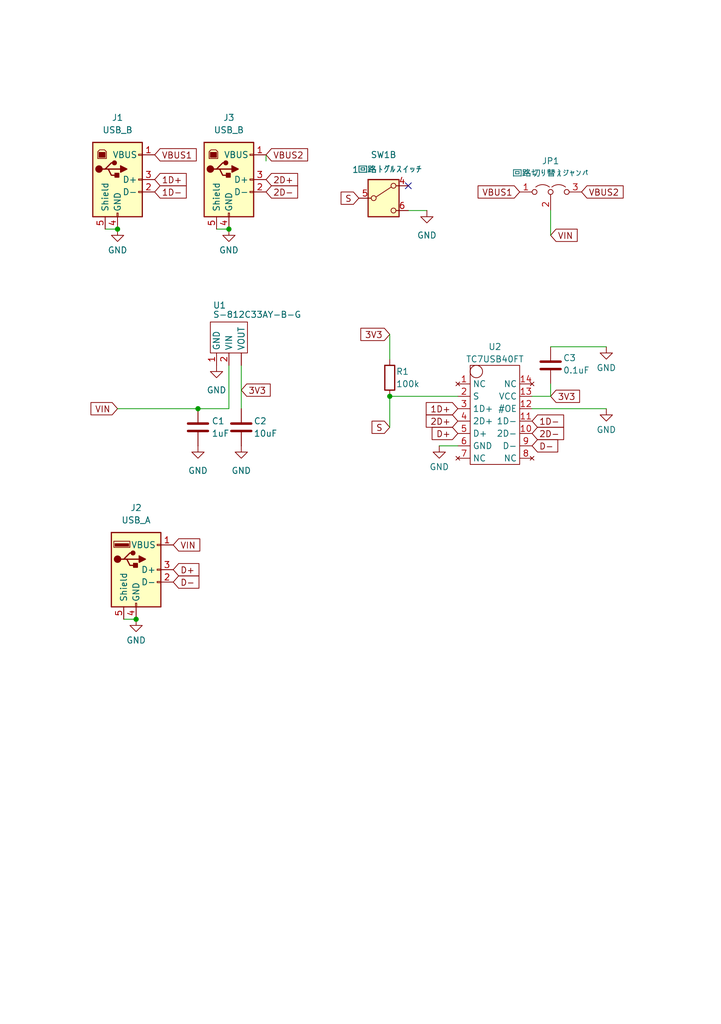
<source format=kicad_sch>
(kicad_sch (version 20250114) (generator "eeschema") (generator_version "9.0")
  (paper "A5" portrait)
  (lib_symbols
    (symbol "0Ore:S-812C50AY-B-G"
      (property "Reference" "U" (at 0 0 0))
      (symbol "S-812C50AY-B-G_0_1"
        (rectangle (start -3.81 -1.27) (end 3.81 -7.62))
      )
      (symbol "S-812C50AY-B-G_1_1"
        (pin input line (at -2.54 -10.16 90) (length 2.54) (name "GND") (number "1"))
        (pin input line (at 0 -10.16 90) (length 2.54) (name "VIN") (number "2"))
        (pin input line (at 2.54 -10.16 90) (length 2.54) (name "VOUT") (number ""))
      )
    )
    (symbol "0Ore:TC7USB40FT"
      (property "Reference" "U" (at 0 0 0))
      (symbol "TC7USB40FT_1_1"
        (rectangle (start -5.08 21.59) (end 5.08 1.27))
        (circle (center -3.81 20.32) (radius 1.27))
        (pin no_connect line (at -7.62 17.78 0) (length 2.54) (name "NC") (number "1"))
        (pin input line (at -7.62 15.24 0) (length 2.54) (name "S") (number "2"))
        (pin input line (at -7.62 12.7 0) (length 2.54) (name "1D+") (number "3"))
        (pin input line (at -7.62 10.16 0) (length 2.54) (name "2D+") (number "4"))
        (pin input line (at -7.62 7.62 0) (length 2.54) (name "D+") (number "5"))
        (pin input line (at -7.62 5.08 0) (length 2.54) (name "GND") (number "6"))
        (pin no_connect line (at -7.62 2.54 0) (length 2.54) (name "NC") (number "7"))
        (pin no_connect line (at 7.62 17.78 180) (length 2.54) (name "NC") (number "14"))
        (pin input line (at 7.62 15.24 180) (length 2.54) (name "VCC") (number "13"))
        (pin input line (at 7.62 12.7 180) (length 2.54) (name "#OE") (number "12"))
        (pin input line (at 7.62 10.16 180) (length 2.54) (name "1D-") (number "11"))
        (pin input line (at 7.62 7.62 180) (length 2.54) (name "2D-") (number "10"))
        (pin input line (at 7.62 5.08 180) (length 2.54) (name "D-") (number "9"))
        (pin no_connect line (at 7.62 2.54 180) (length 2.54) (name "NC") (number "8"))
      )
    )
    (symbol "Connector:USB_A" (pin_names (offset 1.016))
      (property "Reference" "J" (at -5.08 11.43 0))
      (property "Value" "USB_A" (at -5.08 8.89 0))
      (symbol "USB_A_0_1"
        (rectangle (start -5.08 -7.62) (end 5.08 7.62) (stroke (width 0.254)) (fill (type background)))
        (circle (center -3.81 2.159) (radius 0.635) (stroke (width 0.254)) (fill (type outline)))
        (polyline (pts (xy -3.175 2.159) (xy -2.54 2.159) (xy -1.27 3.429) (xy -0.635 3.429)) (stroke (width 0.254)))
        (polyline (pts (xy -2.54 2.159) (xy -1.905 2.159) (xy -1.27 0.889) (xy 0 0.889)) (stroke (width 0.254)))
        (rectangle (start -1.524 4.826) (end -4.318 5.334) (fill (type outline)))
        (rectangle (start -1.27 4.572) (end -4.572 5.842))
        (circle (center -0.635 3.429) (radius 0.381) (stroke (width 0.254)) (fill (type outline)))
        (rectangle (start -0.127 -7.62) (end 0.127 -6.858))
        (rectangle (start 0.254 1.27) (end -0.508 0.508) (stroke (width 0.254)) (fill (type outline)))
        (polyline (pts (xy 0.635 2.794) (xy 0.635 1.524) (xy 1.905 2.159) (xy 0.635 2.794)) (stroke (width 0.254)) (fill (type outline)))
        (rectangle (start 5.08 4.953) (end 4.318 5.207))
        (rectangle (start 5.08 -0.127) (end 4.318 0.127))
        (rectangle (start 5.08 -2.667) (end 4.318 -2.413))
      )
      (symbol "USB_A_1_1"
        (polyline (pts (xy -1.905 2.159) (xy 0.635 2.159)) (stroke (width 0.254)))
        (pin passive line (at -2.54 -10.16 90) (length 2.54) (name "Shield") (number "5"))
        (pin power_in line (at 0 -10.16 90) (length 2.54) (name "GND") (number "4"))
        (pin power_in line (at 7.62 5.08 180) (length 2.54) (name "VBUS") (number "1"))
        (pin bidirectional line (at 7.62 0 180) (length 2.54) (name "D+") (number "3"))
        (pin bidirectional line (at 7.62 -2.54 180) (length 2.54) (name "D-") (number "2"))
      )
    )
    (symbol "Connector:USB_B" (pin_names (offset 1.016))
      (property "Reference" "J" (at -5.08 11.43 0))
      (property "Value" "USB_B" (at -5.08 8.89 0))
      (symbol "USB_B_0_1"
        (rectangle (start -5.08 -7.62) (end 5.08 7.62) (stroke (width 0.254)) (fill (type background)))
        (polyline (pts (xy -4.064 4.318) (xy -2.286 4.318) (xy -2.286 5.715) (xy -2.667 6.096) (xy -3.683 6.096) (xy -4.064 5.715) (xy -4.064 4.318)))
        (rectangle (start -3.81 5.588) (end -2.54 4.572) (fill (type outline)))
        (circle (center -3.81 2.159) (radius 0.635) (stroke (width 0.254)) (fill (type outline)))
        (polyline (pts (xy -3.175 2.159) (xy -2.54 2.159) (xy -1.27 3.429) (xy -0.635 3.429)) (stroke (width 0.254)))
        (polyline (pts (xy -2.54 2.159) (xy -1.905 2.159) (xy -1.27 0.889) (xy 0 0.889)) (stroke (width 0.254)))
        (polyline (pts (xy -1.905 2.159) (xy 0.635 2.159)) (stroke (width 0.254)))
        (circle (center -0.635 3.429) (radius 0.381) (stroke (width 0.254)) (fill (type outline)))
        (rectangle (start -0.127 -7.62) (end 0.127 -6.858))
        (rectangle (start 0.254 1.27) (end -0.508 0.508) (stroke (width 0.254)) (fill (type outline)))
        (polyline (pts (xy 0.635 2.794) (xy 0.635 1.524) (xy 1.905 2.159) (xy 0.635 2.794)) (stroke (width 0.254)) (fill (type outline)))
        (rectangle (start 5.08 4.953) (end 4.318 5.207))
        (rectangle (start 5.08 -0.127) (end 4.318 0.127))
        (rectangle (start 5.08 -2.667) (end 4.318 -2.413))
      )
      (symbol "USB_B_1_1"
        (pin passive line (at -2.54 -10.16 90) (length 2.54) (name "Shield") (number "5"))
        (pin power_out line (at 0 -10.16 90) (length 2.54) (name "GND") (number "4"))
        (pin power_out line (at 7.62 5.08 180) (length 2.54) (name "VBUS") (number "1"))
        (pin bidirectional line (at 7.62 0 180) (length 2.54) (name "D+") (number "3"))
        (pin bidirectional line (at 7.62 -2.54 180) (length 2.54) (name "D-") (number "2"))
      )
    )
    (symbol "Device:C" (pin_numbers (hide yes)) (pin_names (offset 0.254))
      (property "Reference" "C" (at 0.635 2.54 0))
      (property "Value" "C" (at 0.635 -2.54 0))
      (symbol "C_0_1"
        (polyline (pts (xy -2.032 0.762) (xy 2.032 0.762)) (stroke (width 0.508)))
        (polyline (pts (xy -2.032 -0.762) (xy 2.032 -0.762)) (stroke (width 0.508)))
      )
      (symbol "C_1_1"
        (pin passive line (at 0 3.81 270) (length 2.794) (name "~") (number "1"))
        (pin passive line (at 0 -3.81 90) (length 2.794) (name "~") (number "2"))
      )
    )
    (symbol "Device:R" (pin_numbers (hide yes)) (pin_names (offset 0))
      (property "Reference" "R" (at 2.032 0 90))
      (property "Value" "R" (at 0 0 90))
      (symbol "R_0_1"
        (rectangle (start -1.016 -2.54) (end 1.016 2.54) (stroke (width 0.254)))
      )
      (symbol "R_1_1"
        (pin passive line (at 0 3.81 270) (length 1.27) (name "~") (number "1"))
        (pin passive line (at 0 -3.81 90) (length 1.27) (name "~") (number "2"))
      )
    )
    (symbol "Jumper:Jumper_3_Open" (pin_names (offset 0) (hide yes)) (in_bom no)
      (property "Reference" "JP" (at -2.54 -2.54 0))
      (property "Value" "Jumper_3_Open" (at 0 2.794 0))
      (symbol "Jumper_3_Open_0_0"
        (circle (center -3.302 0) (radius 0.508))
        (circle (center 0 0) (radius 0.508))
        (circle (center 3.302 0) (radius 0.508))
      )
      (symbol "Jumper_3_Open_0_1"
        (arc (start -3.048 1.016) (mid -1.651 1.4992) (end -0.254 1.016))
        (polyline (pts (xy 0 -0.508) (xy 0 -1.27)))
        (arc (start 0.254 1.016) (mid 1.651 1.4992) (end 3.048 1.016))
      )
      (symbol "Jumper_3_Open_1_1"
        (pin passive line (at -6.35 0 0) (length 2.54) (name "A") (number "1"))
        (pin passive line (at 0 -3.81 90) (length 2.54) (name "C") (number "2"))
        (pin passive line (at 6.35 0 180) (length 2.54) (name "B") (number "3"))
      )
    )
    (symbol "Switch:SW_DPDT_x2" (pin_names (offset 0) (hide yes))
      (property "Reference" "SW" (at 0 5.08 0))
      (property "Value" "SW_DPDT_x2" (at 0 -5.08 0))
      (symbol "SW_DPDT_x2_0_0"
        (circle (center -2.032 0) (radius 0.508))
        (circle (center 2.032 -2.54) (radius 0.508))
      )
      (symbol "SW_DPDT_x2_0_1"
        (rectangle (start -3.175 3.81) (end 3.175 -3.81) (stroke (width 0.254)) (fill (type background)))
        (polyline (pts (xy -1.524 0.254) (xy 1.5748 2.286)))
        (circle (center 2.032 2.54) (radius 0.508))
      )
      (symbol "SW_DPDT_x2_1_1"
        (pin passive line (at -5.08 0 0) (length 2.54) (name "B") (number "2"))
        (pin passive line (at 5.08 2.54 180) (length 2.54) (name "A") (number "1"))
        (pin passive line (at 5.08 -2.54 180) (length 2.54) (name "C") (number "3"))
      )
      (symbol "SW_DPDT_x2_2_1"
        (pin passive line (at -5.08 0 0) (length 2.54) (name "B") (number "5"))
        (pin passive line (at 5.08 2.54 180) (length 2.54) (name "A") (number "4"))
        (pin passive line (at 5.08 -2.54 180) (length 2.54) (name "C") (number "6"))
      )
    )
    (symbol "power:GND" (power) (pin_numbers (hide yes)) (pin_names (offset 0) (hide yes))
      (property "Value" "GND" (at 0 -3.81 0))
      (symbol "GND_0_1"
        (polyline (pts (xy 0 0) (xy 0 -1.27) (xy 1.27 -1.27) (xy 0 -2.54) (xy -1.27 -1.27) (xy 0 -1.27)))
      )
      (symbol "GND_1_1"
        (pin power_in line (at 0 0 270) (length 0) (name "~") (number "1"))
      )
    )
  )
  (junction (at 46.99 46.99))
  (junction (at 80.01 81.28))
  (junction (at 40.64 83.82))
  (junction (at 24.13 46.99))
  (junction (at 27.94 127))
  (no_connect (at 83.82 38.1))
  (wire (pts (xy 113.03 43.18) (xy 113.03 48.26)))
  (wire (pts (xy 109.22 83.82) (xy 124.46 83.82)))
  (wire (pts (xy 21.59 46.99) (xy 24.13 46.99)))
  (wire (pts (xy 113.03 81.28) (xy 109.22 81.28)))
  (wire (pts (xy 40.64 83.82) (xy 46.99 83.82)))
  (wire (pts (xy 113.03 71.12) (xy 124.46 71.12)))
  (wire (pts (xy 83.82 43.18) (xy 87.63 43.18)))
  (wire (pts (xy 25.4 127) (xy 27.94 127)))
  (wire (pts (xy 90.17 91.44) (xy 93.98 91.44)))
  (wire (pts (xy 24.13 83.82) (xy 40.64 83.82)))
  (wire (pts (xy 113.03 78.74) (xy 113.03 81.28)))
  (wire (pts (xy 54.61 31.75) (xy 54.61 33.02)))
  (wire (pts (xy 80.01 81.28) (xy 93.98 81.28)))
  (wire (pts (xy 80.01 68.58) (xy 80.01 73.66)))
  (wire (pts (xy 46.99 74.93) (xy 46.99 83.82)))
  (wire (pts (xy 49.53 74.93) (xy 49.53 83.82)))
  (wire (pts (xy 80.01 81.28) (xy 80.01 87.63)))
  (wire (pts (xy 44.45 46.99) (xy 46.99 46.99)))
  (global_label "1D+" (shape input) (at 31.75 36.83 0) (property "Intersheetrefs" "${INTERSHEET_REFS}" (effects (hide yes))))
  (global_label "2D-" (shape input) (at 54.61 39.37 0) (property "Intersheetrefs" "${INTERSHEET_REFS}" (effects (hide yes))))
  (global_label "1D+" (shape input) (at 93.98 83.82 180) (property "Intersheetrefs" "${INTERSHEET_REFS}" (effects (hide yes))))
  (global_label "3V3" (shape input) (at 113.03 81.28 0) (property "Intersheetrefs" "${INTERSHEET_REFS}" (effects (hide yes))))
  (global_label "D+" (shape input) (at 35.56 116.84 0) (property "Intersheetrefs" "${INTERSHEET_REFS}" (effects (hide yes))))
  (global_label "D+" (shape input) (at 93.98 88.9 180) (property "Intersheetrefs" "${INTERSHEET_REFS}" (effects (hide yes))))
  (global_label "3V3" (shape input) (at 49.53 80.01 0) (property "Intersheetrefs" "${INTERSHEET_REFS}" (effects (hide yes))))
  (global_label "1D-" (shape input) (at 109.22 86.36 0) (property "Intersheetrefs" "${INTERSHEET_REFS}" (effects (hide yes))))
  (global_label "VIN" (shape input) (at 24.13 83.82 180) (property "Intersheetrefs" "${INTERSHEET_REFS}" (effects (hide yes))))
  (global_label "VBUS1" (shape input) (at 31.75 31.75 0) (property "Intersheetrefs" "${INTERSHEET_REFS}" (effects (hide yes))))
  (global_label "VIN" (shape input) (at 35.56 111.76 0) (property "Intersheetrefs" "${INTERSHEET_REFS}" (effects (hide yes))))
  (global_label "1D-" (shape input) (at 31.75 39.37 0) (property "Intersheetrefs" "${INTERSHEET_REFS}" (effects (hide yes))))
  (global_label "VBUS1" (shape input) (at 106.68 39.37 180) (property "Intersheetrefs" "${INTERSHEET_REFS}" (effects (hide yes))))
  (global_label "S" (shape input) (at 73.66 40.64 180) (property "Intersheetrefs" "${INTERSHEET_REFS}" (effects (hide yes))))
  (global_label "D-" (shape input) (at 109.22 91.44 0) (property "Intersheetrefs" "${INTERSHEET_REFS}" (effects (hide yes))))
  (global_label "3V3" (shape input) (at 80.01 68.58 180) (property "Intersheetrefs" "${INTERSHEET_REFS}" (effects (hide yes))))
  (global_label "2D-" (shape input) (at 109.22 88.9 0) (property "Intersheetrefs" "${INTERSHEET_REFS}" (effects (hide yes))))
  (global_label "2D+" (shape input) (at 54.61 36.83 0) (property "Intersheetrefs" "${INTERSHEET_REFS}" (effects (hide yes))))
  (global_label "VBUS2" (shape input) (at 54.61 31.75 0) (property "Intersheetrefs" "${INTERSHEET_REFS}" (effects (hide yes))))
  (global_label "VIN" (shape input) (at 113.03 48.26 0) (property "Intersheetrefs" "${INTERSHEET_REFS}" (effects (hide yes))))
  (global_label "S" (shape input) (at 80.01 87.63 180) (property "Intersheetrefs" "${INTERSHEET_REFS}" (effects (hide yes))))
  (global_label "2D+" (shape input) (at 93.98 86.36 180) (property "Intersheetrefs" "${INTERSHEET_REFS}" (effects (hide yes))))
  (global_label "D-" (shape input) (at 35.56 119.38 0) (property "Intersheetrefs" "${INTERSHEET_REFS}" (effects (hide yes))))
  (global_label "VBUS2" (shape input) (at 119.38 39.37 0) (property "Intersheetrefs" "${INTERSHEET_REFS}" (effects (hide yes))))
  (symbol (lib_id "Connector:USB_B") (at 24.13 36.83 0) (unit 1)
    (property "Reference" "J1" (at 24.13 24.13 0))
    (property "Value" "USB_B" (at 24.13 26.67 0))
    (property "Description" "USB Type B connector" (effects (hide yes)))
  )
  (symbol (lib_id "power:GND") (at 46.99 46.99 0) (unit 1)
    (property "Reference" "#PWR05" (effects (hide yes)))
    (property "Value" "GND" (at 46.99 51.308 0))
    (property "Description" "Power symbol creates a global label with name \"GND\" , ground" (effects (hide yes)))
  )
  (symbol (lib_id "Jumper:Jumper_3_Open") (at 113.03 39.37 0) (unit 1) (in_bom no)
    (property "Reference" "JP1" (at 113.03 33.02 0))
    (property "Value" "回路切り替えジャンパ" (at 113.03 35.56 0))
    (property "Description" "Jumper, 3-pole, both open" (effects (hide yes)))
  )
  (symbol (lib_id "power:GND") (at 27.94 127 0) (unit 1)
    (property "Reference" "#PWR02" (effects (hide yes)))
    (property "Value" "GND" (at 27.94 131.318 0))
    (property "Description" "Power symbol creates a global label with name \"GND\" , ground" (effects (hide yes)))
  )
  (symbol (lib_id "power:GND") (at 44.45 74.93 0) (unit 1)
    (property "Reference" "#PWR04" (effects (hide yes)))
    (property "Value" "GND" (at 44.45 80.01 0))
    (property "Description" "Power symbol creates a global label with name \"GND\" , ground" (effects (hide yes)))
  )
  (symbol (lib_id "Device:C") (at 40.64 87.63 180) (unit 1)
    (property "Reference" "C1" (at 43.434 86.36 0) (effects (justify right)))
    (property "Value" "1uF" (at 43.434 88.9 0) (effects (justify right)))
    (property "Description" "Unpolarized capacitor" (effects (hide yes)))
  )
  (symbol (lib_id "power:GND") (at 40.64 91.44 0) (unit 1)
    (property "Reference" "#PWR03" (effects (hide yes)))
    (property "Value" "GND" (at 40.64 96.52 0))
    (property "Description" "Power symbol creates a global label with name \"GND\" , ground" (effects (hide yes)))
  )
  (symbol (lib_id "power:GND") (at 90.17 91.44 0) (unit 1)
    (property "Reference" "#PWR08" (effects (hide yes)))
    (property "Value" "GND" (at 90.17 95.758 0))
    (property "Description" "Power symbol creates a global label with name \"GND\" , ground" (effects (hide yes)))
  )
  (symbol (lib_id "power:GND") (at 49.53 91.44 0) (unit 1)
    (property "Reference" "#PWR06" (effects (hide yes)))
    (property "Value" "GND" (at 49.53 96.52 0))
    (property "Description" "Power symbol creates a global label with name \"GND\" , ground" (effects (hide yes)))
  )
  (symbol (lib_id "0Ore:S-812C50AY-B-G") (at 46.99 64.77 0) (unit 1)
    (property "Reference" "U1" (at 43.688 62.6109 0) (effects (justify left)))
    (property "Value" "S-812C33AY-B-G" (at 43.688 64.516 0) (effects (justify left)))
  )
  (symbol (lib_id "power:GND") (at 124.46 83.82 0) (unit 1)
    (property "Reference" "#PWR010" (effects (hide yes)))
    (property "Value" "GND" (at 124.46 88.138 0))
    (property "Description" "Power symbol creates a global label with name \"GND\" , ground" (effects (hide yes)))
  )
  (symbol (lib_id "power:GND") (at 24.13 46.99 0) (unit 1)
    (property "Reference" "#PWR01" (effects (hide yes)))
    (property "Value" "GND" (at 24.13 51.308 0))
    (property "Description" "Power symbol creates a global label with name \"GND\" , ground" (effects (hide yes)))
  )
  (symbol (lib_id "Device:C") (at 49.53 87.63 180) (unit 1)
    (property "Reference" "C2" (at 52.07 86.36 0) (effects (justify right)))
    (property "Value" "10uF" (at 52.07 88.9 0) (effects (justify right)))
    (property "Description" "Unpolarized capacitor" (effects (hide yes)))
  )
  (symbol (lib_id "Device:C") (at 113.03 74.93 180) (unit 1)
    (property "Reference" "C3" (at 115.57 73.406 0) (effects (justify right)))
    (property "Value" "0.1uF" (at 115.57 75.946 0) (effects (justify right)))
    (property "Description" "Unpolarized capacitor" (effects (hide yes)))
  )
  (symbol (lib_id "Connector:USB_B") (at 46.99 36.83 0) (unit 1)
    (property "Reference" "J3" (at 46.99 24.13 0))
    (property "Value" "USB_B" (at 46.99 26.67 0))
    (property "Description" "USB Type B connector" (effects (hide yes)))
  )
  (symbol (lib_id "power:GND") (at 124.46 71.12 0) (unit 1)
    (property "Reference" "#PWR09" (effects (hide yes)))
    (property "Value" "GND" (at 124.46 75.438 0))
    (property "Description" "Power symbol creates a global label with name \"GND\" , ground" (effects (hide yes)))
  )
  (symbol (lib_id "Switch:SW_DPDT_x2") (at 78.74 40.64 0) (unit 2)
    (property "Reference" "SW1" (at 78.74 31.75 0))
    (property "Value" "1回路トグルスイッチ" (at 79.502 34.798 0))
    (property "Description" "Switch, dual pole double throw, separate symbols" (effects (hide yes)))
  )
  (symbol (lib_id "Connector:USB_A") (at 27.94 116.84 0) (unit 1)
    (property "Reference" "J2" (at 27.94 104.14 0))
    (property "Value" "USB_A" (at 27.94 106.68 0))
    (property "Description" "USB Type A connector" (effects (hide yes)))
  )
  (symbol (lib_id "Device:R") (at 80.01 77.47 0) (unit 1)
    (property "Reference" "R1" (at 81.28 76.2 0) (effects (justify left)))
    (property "Value" "100k" (at 81.28 78.74 0) (effects (justify left)))
    (property "Description" "Resistor" (effects (hide yes)))
  )
  (symbol (lib_id "0Ore:TC7USB40FT") (at 101.6 96.52 0) (unit 1)
    (property "Reference" "U2" (at 101.6 71.12 0))
    (property "Value" "TC7USB40FT" (at 101.6 73.66 0))
  )
  (symbol (lib_id "power:GND") (at 87.63 43.18 0) (unit 1)
    (property "Reference" "#PWR07" (effects (hide yes)))
    (property "Value" "GND" (at 87.63 48.26 0))
    (property "Description" "Power symbol creates a global label with name \"GND\" , ground" (effects (hide yes)))
  )
)
</source>
